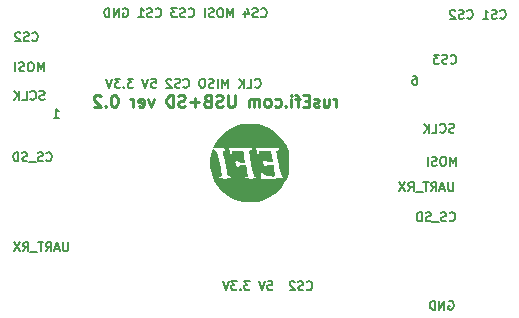
<source format=gbo>
G04 (created by PCBNEW (2013-07-07 BZR 4022)-stable) date 24/01/2014 20:14:09*
%MOIN*%
G04 Gerber Fmt 3.4, Leading zero omitted, Abs format*
%FSLAX34Y34*%
G01*
G70*
G90*
G04 APERTURE LIST*
%ADD10C,0.00590551*%
%ADD11C,0.005*%
%ADD12C,0.00984252*%
%ADD13C,0.0001*%
G04 APERTURE END LIST*
G54D10*
G54D11*
X84792Y-62271D02*
X84850Y-62271D01*
X84878Y-62285D01*
X84892Y-62300D01*
X84921Y-62342D01*
X84935Y-62400D01*
X84935Y-62514D01*
X84921Y-62542D01*
X84907Y-62557D01*
X84878Y-62571D01*
X84821Y-62571D01*
X84792Y-62557D01*
X84778Y-62542D01*
X84764Y-62514D01*
X84764Y-62442D01*
X84778Y-62414D01*
X84792Y-62400D01*
X84821Y-62385D01*
X84878Y-62385D01*
X84907Y-62400D01*
X84921Y-62414D01*
X84935Y-62442D01*
X72814Y-63671D02*
X72985Y-63671D01*
X72900Y-63671D02*
X72900Y-63371D01*
X72928Y-63414D01*
X72957Y-63442D01*
X72985Y-63457D01*
X79521Y-62642D02*
X79535Y-62657D01*
X79578Y-62671D01*
X79607Y-62671D01*
X79649Y-62657D01*
X79678Y-62628D01*
X79692Y-62600D01*
X79707Y-62542D01*
X79707Y-62500D01*
X79692Y-62442D01*
X79678Y-62414D01*
X79649Y-62385D01*
X79607Y-62371D01*
X79578Y-62371D01*
X79535Y-62385D01*
X79521Y-62400D01*
X79249Y-62671D02*
X79392Y-62671D01*
X79392Y-62371D01*
X79149Y-62671D02*
X79149Y-62371D01*
X78978Y-62671D02*
X79107Y-62500D01*
X78978Y-62371D02*
X79149Y-62542D01*
X78621Y-62671D02*
X78621Y-62371D01*
X78521Y-62585D01*
X78421Y-62371D01*
X78421Y-62671D01*
X78278Y-62671D02*
X78278Y-62371D01*
X78149Y-62657D02*
X78107Y-62671D01*
X78035Y-62671D01*
X78007Y-62657D01*
X77992Y-62642D01*
X77978Y-62614D01*
X77978Y-62585D01*
X77992Y-62557D01*
X78007Y-62542D01*
X78035Y-62528D01*
X78092Y-62514D01*
X78121Y-62500D01*
X78135Y-62485D01*
X78149Y-62457D01*
X78149Y-62428D01*
X78135Y-62400D01*
X78121Y-62385D01*
X78092Y-62371D01*
X78021Y-62371D01*
X77978Y-62385D01*
X77792Y-62371D02*
X77735Y-62371D01*
X77707Y-62385D01*
X77678Y-62414D01*
X77664Y-62471D01*
X77664Y-62571D01*
X77678Y-62628D01*
X77707Y-62657D01*
X77735Y-62671D01*
X77792Y-62671D01*
X77821Y-62657D01*
X77849Y-62628D01*
X77864Y-62571D01*
X77864Y-62471D01*
X77849Y-62414D01*
X77821Y-62385D01*
X77792Y-62371D01*
X77135Y-62642D02*
X77150Y-62657D01*
X77192Y-62671D01*
X77221Y-62671D01*
X77264Y-62657D01*
X77292Y-62628D01*
X77307Y-62600D01*
X77321Y-62542D01*
X77321Y-62500D01*
X77307Y-62442D01*
X77292Y-62414D01*
X77264Y-62385D01*
X77221Y-62371D01*
X77192Y-62371D01*
X77150Y-62385D01*
X77135Y-62400D01*
X77021Y-62657D02*
X76978Y-62671D01*
X76907Y-62671D01*
X76878Y-62657D01*
X76864Y-62642D01*
X76850Y-62614D01*
X76850Y-62585D01*
X76864Y-62557D01*
X76878Y-62542D01*
X76907Y-62528D01*
X76964Y-62514D01*
X76992Y-62500D01*
X77007Y-62485D01*
X77021Y-62457D01*
X77021Y-62428D01*
X77007Y-62400D01*
X76992Y-62385D01*
X76964Y-62371D01*
X76892Y-62371D01*
X76850Y-62385D01*
X76735Y-62400D02*
X76721Y-62385D01*
X76692Y-62371D01*
X76621Y-62371D01*
X76592Y-62385D01*
X76578Y-62400D01*
X76564Y-62428D01*
X76564Y-62457D01*
X76578Y-62500D01*
X76750Y-62671D01*
X76564Y-62671D01*
X76064Y-62371D02*
X76207Y-62371D01*
X76221Y-62514D01*
X76207Y-62500D01*
X76178Y-62485D01*
X76107Y-62485D01*
X76078Y-62500D01*
X76064Y-62514D01*
X76050Y-62542D01*
X76050Y-62614D01*
X76064Y-62642D01*
X76078Y-62657D01*
X76107Y-62671D01*
X76178Y-62671D01*
X76207Y-62657D01*
X76221Y-62642D01*
X75964Y-62371D02*
X75864Y-62671D01*
X75764Y-62371D01*
X75464Y-62371D02*
X75278Y-62371D01*
X75378Y-62485D01*
X75335Y-62485D01*
X75307Y-62500D01*
X75292Y-62514D01*
X75278Y-62542D01*
X75278Y-62614D01*
X75292Y-62642D01*
X75307Y-62657D01*
X75335Y-62671D01*
X75421Y-62671D01*
X75450Y-62657D01*
X75464Y-62642D01*
X75150Y-62642D02*
X75135Y-62657D01*
X75150Y-62671D01*
X75164Y-62657D01*
X75150Y-62642D01*
X75150Y-62671D01*
X75035Y-62371D02*
X74850Y-62371D01*
X74950Y-62485D01*
X74907Y-62485D01*
X74878Y-62500D01*
X74864Y-62514D01*
X74850Y-62542D01*
X74850Y-62614D01*
X74864Y-62642D01*
X74878Y-62657D01*
X74907Y-62671D01*
X74992Y-62671D01*
X75021Y-62657D01*
X75035Y-62642D01*
X74764Y-62371D02*
X74664Y-62671D01*
X74564Y-62371D01*
X79721Y-60292D02*
X79735Y-60307D01*
X79778Y-60321D01*
X79807Y-60321D01*
X79849Y-60307D01*
X79878Y-60278D01*
X79892Y-60250D01*
X79907Y-60192D01*
X79907Y-60150D01*
X79892Y-60092D01*
X79878Y-60064D01*
X79849Y-60035D01*
X79807Y-60021D01*
X79778Y-60021D01*
X79735Y-60035D01*
X79721Y-60050D01*
X79607Y-60307D02*
X79564Y-60321D01*
X79492Y-60321D01*
X79464Y-60307D01*
X79449Y-60292D01*
X79435Y-60264D01*
X79435Y-60235D01*
X79449Y-60207D01*
X79464Y-60192D01*
X79492Y-60178D01*
X79549Y-60164D01*
X79578Y-60150D01*
X79592Y-60135D01*
X79607Y-60107D01*
X79607Y-60078D01*
X79592Y-60050D01*
X79578Y-60035D01*
X79549Y-60021D01*
X79478Y-60021D01*
X79435Y-60035D01*
X79178Y-60121D02*
X79178Y-60321D01*
X79249Y-60007D02*
X79321Y-60221D01*
X79135Y-60221D01*
X78792Y-60321D02*
X78792Y-60021D01*
X78692Y-60235D01*
X78592Y-60021D01*
X78592Y-60321D01*
X78392Y-60021D02*
X78335Y-60021D01*
X78307Y-60035D01*
X78278Y-60064D01*
X78264Y-60121D01*
X78264Y-60221D01*
X78278Y-60278D01*
X78307Y-60307D01*
X78335Y-60321D01*
X78392Y-60321D01*
X78421Y-60307D01*
X78449Y-60278D01*
X78464Y-60221D01*
X78464Y-60121D01*
X78449Y-60064D01*
X78421Y-60035D01*
X78392Y-60021D01*
X78149Y-60307D02*
X78107Y-60321D01*
X78035Y-60321D01*
X78007Y-60307D01*
X77992Y-60292D01*
X77978Y-60264D01*
X77978Y-60235D01*
X77992Y-60207D01*
X78007Y-60192D01*
X78035Y-60178D01*
X78092Y-60164D01*
X78121Y-60150D01*
X78135Y-60135D01*
X78149Y-60107D01*
X78149Y-60078D01*
X78135Y-60050D01*
X78121Y-60035D01*
X78092Y-60021D01*
X78021Y-60021D01*
X77978Y-60035D01*
X77849Y-60321D02*
X77849Y-60021D01*
X77307Y-60292D02*
X77321Y-60307D01*
X77364Y-60321D01*
X77392Y-60321D01*
X77435Y-60307D01*
X77464Y-60278D01*
X77478Y-60250D01*
X77492Y-60192D01*
X77492Y-60150D01*
X77478Y-60092D01*
X77464Y-60064D01*
X77435Y-60035D01*
X77392Y-60021D01*
X77364Y-60021D01*
X77321Y-60035D01*
X77307Y-60050D01*
X77192Y-60307D02*
X77150Y-60321D01*
X77078Y-60321D01*
X77050Y-60307D01*
X77035Y-60292D01*
X77021Y-60264D01*
X77021Y-60235D01*
X77035Y-60207D01*
X77050Y-60192D01*
X77078Y-60178D01*
X77135Y-60164D01*
X77164Y-60150D01*
X77178Y-60135D01*
X77192Y-60107D01*
X77192Y-60078D01*
X77178Y-60050D01*
X77164Y-60035D01*
X77135Y-60021D01*
X77064Y-60021D01*
X77021Y-60035D01*
X76921Y-60021D02*
X76735Y-60021D01*
X76835Y-60135D01*
X76792Y-60135D01*
X76764Y-60150D01*
X76750Y-60164D01*
X76735Y-60192D01*
X76735Y-60264D01*
X76750Y-60292D01*
X76764Y-60307D01*
X76792Y-60321D01*
X76878Y-60321D01*
X76907Y-60307D01*
X76921Y-60292D01*
X76207Y-60292D02*
X76221Y-60307D01*
X76264Y-60321D01*
X76292Y-60321D01*
X76335Y-60307D01*
X76364Y-60278D01*
X76378Y-60250D01*
X76392Y-60192D01*
X76392Y-60150D01*
X76378Y-60092D01*
X76364Y-60064D01*
X76335Y-60035D01*
X76292Y-60021D01*
X76264Y-60021D01*
X76221Y-60035D01*
X76207Y-60050D01*
X76092Y-60307D02*
X76050Y-60321D01*
X75978Y-60321D01*
X75950Y-60307D01*
X75935Y-60292D01*
X75921Y-60264D01*
X75921Y-60235D01*
X75935Y-60207D01*
X75950Y-60192D01*
X75978Y-60178D01*
X76035Y-60164D01*
X76064Y-60150D01*
X76078Y-60135D01*
X76092Y-60107D01*
X76092Y-60078D01*
X76078Y-60050D01*
X76064Y-60035D01*
X76035Y-60021D01*
X75964Y-60021D01*
X75921Y-60035D01*
X75635Y-60321D02*
X75807Y-60321D01*
X75721Y-60321D02*
X75721Y-60021D01*
X75750Y-60064D01*
X75778Y-60092D01*
X75807Y-60107D01*
X75121Y-60035D02*
X75150Y-60021D01*
X75192Y-60021D01*
X75235Y-60035D01*
X75264Y-60064D01*
X75278Y-60092D01*
X75292Y-60150D01*
X75292Y-60192D01*
X75278Y-60250D01*
X75264Y-60278D01*
X75235Y-60307D01*
X75192Y-60321D01*
X75164Y-60321D01*
X75121Y-60307D01*
X75107Y-60292D01*
X75107Y-60192D01*
X75164Y-60192D01*
X74978Y-60321D02*
X74978Y-60021D01*
X74807Y-60321D01*
X74807Y-60021D01*
X74664Y-60321D02*
X74664Y-60021D01*
X74592Y-60021D01*
X74550Y-60035D01*
X74521Y-60064D01*
X74507Y-60092D01*
X74492Y-60150D01*
X74492Y-60192D01*
X74507Y-60250D01*
X74521Y-60278D01*
X74550Y-60307D01*
X74592Y-60321D01*
X74664Y-60321D01*
X81242Y-69392D02*
X81257Y-69407D01*
X81299Y-69421D01*
X81328Y-69421D01*
X81371Y-69407D01*
X81399Y-69378D01*
X81414Y-69350D01*
X81428Y-69292D01*
X81428Y-69250D01*
X81414Y-69192D01*
X81399Y-69164D01*
X81371Y-69135D01*
X81328Y-69121D01*
X81299Y-69121D01*
X81257Y-69135D01*
X81242Y-69150D01*
X81128Y-69407D02*
X81085Y-69421D01*
X81014Y-69421D01*
X80985Y-69407D01*
X80971Y-69392D01*
X80957Y-69364D01*
X80957Y-69335D01*
X80971Y-69307D01*
X80985Y-69292D01*
X81014Y-69278D01*
X81071Y-69264D01*
X81099Y-69250D01*
X81114Y-69235D01*
X81128Y-69207D01*
X81128Y-69178D01*
X81114Y-69150D01*
X81099Y-69135D01*
X81071Y-69121D01*
X80999Y-69121D01*
X80957Y-69135D01*
X80842Y-69150D02*
X80828Y-69135D01*
X80799Y-69121D01*
X80728Y-69121D01*
X80699Y-69135D01*
X80685Y-69150D01*
X80671Y-69178D01*
X80671Y-69207D01*
X80685Y-69250D01*
X80857Y-69421D01*
X80671Y-69421D01*
X79942Y-69121D02*
X80085Y-69121D01*
X80100Y-69264D01*
X80085Y-69250D01*
X80057Y-69235D01*
X79985Y-69235D01*
X79957Y-69250D01*
X79942Y-69264D01*
X79928Y-69292D01*
X79928Y-69364D01*
X79942Y-69392D01*
X79957Y-69407D01*
X79985Y-69421D01*
X80057Y-69421D01*
X80085Y-69407D01*
X80100Y-69392D01*
X79842Y-69121D02*
X79742Y-69421D01*
X79642Y-69121D01*
X79342Y-69121D02*
X79157Y-69121D01*
X79257Y-69235D01*
X79214Y-69235D01*
X79185Y-69250D01*
X79171Y-69264D01*
X79157Y-69292D01*
X79157Y-69364D01*
X79171Y-69392D01*
X79185Y-69407D01*
X79214Y-69421D01*
X79300Y-69421D01*
X79328Y-69407D01*
X79342Y-69392D01*
X79028Y-69392D02*
X79014Y-69407D01*
X79028Y-69421D01*
X79042Y-69407D01*
X79028Y-69392D01*
X79028Y-69421D01*
X78914Y-69121D02*
X78728Y-69121D01*
X78828Y-69235D01*
X78785Y-69235D01*
X78757Y-69250D01*
X78742Y-69264D01*
X78728Y-69292D01*
X78728Y-69364D01*
X78742Y-69392D01*
X78757Y-69407D01*
X78785Y-69421D01*
X78871Y-69421D01*
X78900Y-69407D01*
X78914Y-69392D01*
X78642Y-69121D02*
X78542Y-69421D01*
X78442Y-69121D01*
X72471Y-62121D02*
X72471Y-61821D01*
X72371Y-62035D01*
X72271Y-61821D01*
X72271Y-62121D01*
X72071Y-61821D02*
X72014Y-61821D01*
X71985Y-61835D01*
X71957Y-61864D01*
X71942Y-61921D01*
X71942Y-62021D01*
X71957Y-62078D01*
X71985Y-62107D01*
X72014Y-62121D01*
X72071Y-62121D01*
X72100Y-62107D01*
X72128Y-62078D01*
X72142Y-62021D01*
X72142Y-61921D01*
X72128Y-61864D01*
X72100Y-61835D01*
X72071Y-61821D01*
X71828Y-62107D02*
X71785Y-62121D01*
X71714Y-62121D01*
X71685Y-62107D01*
X71671Y-62092D01*
X71657Y-62064D01*
X71657Y-62035D01*
X71671Y-62007D01*
X71685Y-61992D01*
X71714Y-61978D01*
X71771Y-61964D01*
X71800Y-61950D01*
X71814Y-61935D01*
X71828Y-61907D01*
X71828Y-61878D01*
X71814Y-61850D01*
X71800Y-61835D01*
X71771Y-61821D01*
X71700Y-61821D01*
X71657Y-61835D01*
X71528Y-62121D02*
X71528Y-61821D01*
X73285Y-67821D02*
X73285Y-68064D01*
X73271Y-68092D01*
X73257Y-68107D01*
X73228Y-68121D01*
X73171Y-68121D01*
X73142Y-68107D01*
X73128Y-68092D01*
X73114Y-68064D01*
X73114Y-67821D01*
X72985Y-68035D02*
X72842Y-68035D01*
X73014Y-68121D02*
X72914Y-67821D01*
X72814Y-68121D01*
X72542Y-68121D02*
X72642Y-67978D01*
X72714Y-68121D02*
X72714Y-67821D01*
X72599Y-67821D01*
X72571Y-67835D01*
X72557Y-67850D01*
X72542Y-67878D01*
X72542Y-67921D01*
X72557Y-67950D01*
X72571Y-67964D01*
X72599Y-67978D01*
X72714Y-67978D01*
X72457Y-67821D02*
X72285Y-67821D01*
X72371Y-68121D02*
X72371Y-67821D01*
X72257Y-68150D02*
X72028Y-68150D01*
X71785Y-68121D02*
X71885Y-67978D01*
X71957Y-68121D02*
X71957Y-67821D01*
X71842Y-67821D01*
X71814Y-67835D01*
X71800Y-67850D01*
X71785Y-67878D01*
X71785Y-67921D01*
X71800Y-67950D01*
X71814Y-67964D01*
X71842Y-67978D01*
X71957Y-67978D01*
X71685Y-67821D02*
X71485Y-68121D01*
X71485Y-67821D02*
X71685Y-68121D01*
X72557Y-65092D02*
X72571Y-65107D01*
X72614Y-65121D01*
X72642Y-65121D01*
X72685Y-65107D01*
X72714Y-65078D01*
X72728Y-65050D01*
X72742Y-64992D01*
X72742Y-64950D01*
X72728Y-64892D01*
X72714Y-64864D01*
X72685Y-64835D01*
X72642Y-64821D01*
X72614Y-64821D01*
X72571Y-64835D01*
X72557Y-64850D01*
X72442Y-65107D02*
X72399Y-65121D01*
X72328Y-65121D01*
X72299Y-65107D01*
X72285Y-65092D01*
X72271Y-65064D01*
X72271Y-65035D01*
X72285Y-65007D01*
X72299Y-64992D01*
X72328Y-64978D01*
X72385Y-64964D01*
X72414Y-64950D01*
X72428Y-64935D01*
X72442Y-64907D01*
X72442Y-64878D01*
X72428Y-64850D01*
X72414Y-64835D01*
X72385Y-64821D01*
X72314Y-64821D01*
X72271Y-64835D01*
X72214Y-65150D02*
X71985Y-65150D01*
X71928Y-65107D02*
X71885Y-65121D01*
X71814Y-65121D01*
X71785Y-65107D01*
X71771Y-65092D01*
X71757Y-65064D01*
X71757Y-65035D01*
X71771Y-65007D01*
X71785Y-64992D01*
X71814Y-64978D01*
X71871Y-64964D01*
X71900Y-64950D01*
X71914Y-64935D01*
X71928Y-64907D01*
X71928Y-64878D01*
X71914Y-64850D01*
X71900Y-64835D01*
X71871Y-64821D01*
X71800Y-64821D01*
X71757Y-64835D01*
X71628Y-65121D02*
X71628Y-64821D01*
X71557Y-64821D01*
X71514Y-64835D01*
X71485Y-64864D01*
X71471Y-64892D01*
X71457Y-64950D01*
X71457Y-64992D01*
X71471Y-65050D01*
X71485Y-65078D01*
X71514Y-65107D01*
X71557Y-65121D01*
X71628Y-65121D01*
X72507Y-63057D02*
X72464Y-63071D01*
X72392Y-63071D01*
X72364Y-63057D01*
X72349Y-63042D01*
X72335Y-63014D01*
X72335Y-62985D01*
X72349Y-62957D01*
X72364Y-62942D01*
X72392Y-62928D01*
X72449Y-62914D01*
X72478Y-62900D01*
X72492Y-62885D01*
X72507Y-62857D01*
X72507Y-62828D01*
X72492Y-62800D01*
X72478Y-62785D01*
X72449Y-62771D01*
X72378Y-62771D01*
X72335Y-62785D01*
X72035Y-63042D02*
X72050Y-63057D01*
X72092Y-63071D01*
X72121Y-63071D01*
X72164Y-63057D01*
X72192Y-63028D01*
X72207Y-63000D01*
X72221Y-62942D01*
X72221Y-62900D01*
X72207Y-62842D01*
X72192Y-62814D01*
X72164Y-62785D01*
X72121Y-62771D01*
X72092Y-62771D01*
X72050Y-62785D01*
X72035Y-62800D01*
X71764Y-63071D02*
X71907Y-63071D01*
X71907Y-62771D01*
X71664Y-63071D02*
X71664Y-62771D01*
X71492Y-63071D02*
X71621Y-62900D01*
X71492Y-62771D02*
X71664Y-62942D01*
X85978Y-69785D02*
X86007Y-69771D01*
X86050Y-69771D01*
X86092Y-69785D01*
X86121Y-69814D01*
X86135Y-69842D01*
X86150Y-69900D01*
X86150Y-69942D01*
X86135Y-70000D01*
X86121Y-70028D01*
X86092Y-70057D01*
X86050Y-70071D01*
X86021Y-70071D01*
X85978Y-70057D01*
X85964Y-70042D01*
X85964Y-69942D01*
X86021Y-69942D01*
X85835Y-70071D02*
X85835Y-69771D01*
X85664Y-70071D01*
X85664Y-69771D01*
X85521Y-70071D02*
X85521Y-69771D01*
X85450Y-69771D01*
X85407Y-69785D01*
X85378Y-69814D01*
X85364Y-69842D01*
X85350Y-69900D01*
X85350Y-69942D01*
X85364Y-70000D01*
X85378Y-70028D01*
X85407Y-70057D01*
X85450Y-70071D01*
X85521Y-70071D01*
X86007Y-67092D02*
X86021Y-67107D01*
X86064Y-67121D01*
X86092Y-67121D01*
X86135Y-67107D01*
X86164Y-67078D01*
X86178Y-67050D01*
X86192Y-66992D01*
X86192Y-66950D01*
X86178Y-66892D01*
X86164Y-66864D01*
X86135Y-66835D01*
X86092Y-66821D01*
X86064Y-66821D01*
X86021Y-66835D01*
X86007Y-66850D01*
X85892Y-67107D02*
X85849Y-67121D01*
X85778Y-67121D01*
X85749Y-67107D01*
X85735Y-67092D01*
X85721Y-67064D01*
X85721Y-67035D01*
X85735Y-67007D01*
X85749Y-66992D01*
X85778Y-66978D01*
X85835Y-66964D01*
X85864Y-66950D01*
X85878Y-66935D01*
X85892Y-66907D01*
X85892Y-66878D01*
X85878Y-66850D01*
X85864Y-66835D01*
X85835Y-66821D01*
X85764Y-66821D01*
X85721Y-66835D01*
X85664Y-67150D02*
X85435Y-67150D01*
X85378Y-67107D02*
X85335Y-67121D01*
X85264Y-67121D01*
X85235Y-67107D01*
X85221Y-67092D01*
X85207Y-67064D01*
X85207Y-67035D01*
X85221Y-67007D01*
X85235Y-66992D01*
X85264Y-66978D01*
X85321Y-66964D01*
X85350Y-66950D01*
X85364Y-66935D01*
X85378Y-66907D01*
X85378Y-66878D01*
X85364Y-66850D01*
X85350Y-66835D01*
X85321Y-66821D01*
X85250Y-66821D01*
X85207Y-66835D01*
X85078Y-67121D02*
X85078Y-66821D01*
X85007Y-66821D01*
X84964Y-66835D01*
X84935Y-66864D01*
X84921Y-66892D01*
X84907Y-66950D01*
X84907Y-66992D01*
X84921Y-67050D01*
X84935Y-67078D01*
X84964Y-67107D01*
X85007Y-67121D01*
X85078Y-67121D01*
X86135Y-65821D02*
X86135Y-66064D01*
X86121Y-66092D01*
X86107Y-66107D01*
X86078Y-66121D01*
X86021Y-66121D01*
X85992Y-66107D01*
X85978Y-66092D01*
X85964Y-66064D01*
X85964Y-65821D01*
X85835Y-66035D02*
X85692Y-66035D01*
X85864Y-66121D02*
X85764Y-65821D01*
X85664Y-66121D01*
X85392Y-66121D02*
X85492Y-65978D01*
X85564Y-66121D02*
X85564Y-65821D01*
X85449Y-65821D01*
X85421Y-65835D01*
X85407Y-65850D01*
X85392Y-65878D01*
X85392Y-65921D01*
X85407Y-65950D01*
X85421Y-65964D01*
X85449Y-65978D01*
X85564Y-65978D01*
X85307Y-65821D02*
X85135Y-65821D01*
X85221Y-66121D02*
X85221Y-65821D01*
X85107Y-66150D02*
X84878Y-66150D01*
X84635Y-66121D02*
X84735Y-65978D01*
X84807Y-66121D02*
X84807Y-65821D01*
X84692Y-65821D01*
X84664Y-65835D01*
X84650Y-65850D01*
X84635Y-65878D01*
X84635Y-65921D01*
X84650Y-65950D01*
X84664Y-65964D01*
X84692Y-65978D01*
X84807Y-65978D01*
X84535Y-65821D02*
X84335Y-66121D01*
X84335Y-65821D02*
X84535Y-66121D01*
X72092Y-61092D02*
X72107Y-61107D01*
X72150Y-61121D01*
X72178Y-61121D01*
X72221Y-61107D01*
X72250Y-61078D01*
X72264Y-61050D01*
X72278Y-60992D01*
X72278Y-60950D01*
X72264Y-60892D01*
X72250Y-60864D01*
X72221Y-60835D01*
X72178Y-60821D01*
X72150Y-60821D01*
X72107Y-60835D01*
X72092Y-60850D01*
X71978Y-61107D02*
X71935Y-61121D01*
X71864Y-61121D01*
X71835Y-61107D01*
X71821Y-61092D01*
X71807Y-61064D01*
X71807Y-61035D01*
X71821Y-61007D01*
X71835Y-60992D01*
X71864Y-60978D01*
X71921Y-60964D01*
X71950Y-60950D01*
X71964Y-60935D01*
X71978Y-60907D01*
X71978Y-60878D01*
X71964Y-60850D01*
X71950Y-60835D01*
X71921Y-60821D01*
X71850Y-60821D01*
X71807Y-60835D01*
X71692Y-60850D02*
X71678Y-60835D01*
X71650Y-60821D01*
X71578Y-60821D01*
X71550Y-60835D01*
X71535Y-60850D01*
X71521Y-60878D01*
X71521Y-60907D01*
X71535Y-60950D01*
X71707Y-61121D01*
X71521Y-61121D01*
X86221Y-65271D02*
X86221Y-64971D01*
X86121Y-65185D01*
X86021Y-64971D01*
X86021Y-65271D01*
X85821Y-64971D02*
X85764Y-64971D01*
X85735Y-64985D01*
X85707Y-65014D01*
X85692Y-65071D01*
X85692Y-65171D01*
X85707Y-65228D01*
X85735Y-65257D01*
X85764Y-65271D01*
X85821Y-65271D01*
X85850Y-65257D01*
X85878Y-65228D01*
X85892Y-65171D01*
X85892Y-65071D01*
X85878Y-65014D01*
X85850Y-64985D01*
X85821Y-64971D01*
X85578Y-65257D02*
X85535Y-65271D01*
X85464Y-65271D01*
X85435Y-65257D01*
X85421Y-65242D01*
X85407Y-65214D01*
X85407Y-65185D01*
X85421Y-65157D01*
X85435Y-65142D01*
X85464Y-65128D01*
X85521Y-65114D01*
X85550Y-65100D01*
X85564Y-65085D01*
X85578Y-65057D01*
X85578Y-65028D01*
X85564Y-65000D01*
X85550Y-64985D01*
X85521Y-64971D01*
X85450Y-64971D01*
X85407Y-64985D01*
X85278Y-65271D02*
X85278Y-64971D01*
X86157Y-64157D02*
X86114Y-64171D01*
X86042Y-64171D01*
X86014Y-64157D01*
X85999Y-64142D01*
X85985Y-64114D01*
X85985Y-64085D01*
X85999Y-64057D01*
X86014Y-64042D01*
X86042Y-64028D01*
X86099Y-64014D01*
X86128Y-64000D01*
X86142Y-63985D01*
X86157Y-63957D01*
X86157Y-63928D01*
X86142Y-63900D01*
X86128Y-63885D01*
X86099Y-63871D01*
X86028Y-63871D01*
X85985Y-63885D01*
X85685Y-64142D02*
X85700Y-64157D01*
X85742Y-64171D01*
X85771Y-64171D01*
X85814Y-64157D01*
X85842Y-64128D01*
X85857Y-64100D01*
X85871Y-64042D01*
X85871Y-64000D01*
X85857Y-63942D01*
X85842Y-63914D01*
X85814Y-63885D01*
X85771Y-63871D01*
X85742Y-63871D01*
X85700Y-63885D01*
X85685Y-63900D01*
X85414Y-64171D02*
X85557Y-64171D01*
X85557Y-63871D01*
X85314Y-64171D02*
X85314Y-63871D01*
X85142Y-64171D02*
X85271Y-64000D01*
X85142Y-63871D02*
X85314Y-64042D01*
X86042Y-61842D02*
X86057Y-61857D01*
X86100Y-61871D01*
X86128Y-61871D01*
X86171Y-61857D01*
X86200Y-61828D01*
X86214Y-61800D01*
X86228Y-61742D01*
X86228Y-61700D01*
X86214Y-61642D01*
X86200Y-61614D01*
X86171Y-61585D01*
X86128Y-61571D01*
X86100Y-61571D01*
X86057Y-61585D01*
X86042Y-61600D01*
X85928Y-61857D02*
X85885Y-61871D01*
X85814Y-61871D01*
X85785Y-61857D01*
X85771Y-61842D01*
X85757Y-61814D01*
X85757Y-61785D01*
X85771Y-61757D01*
X85785Y-61742D01*
X85814Y-61728D01*
X85871Y-61714D01*
X85900Y-61700D01*
X85914Y-61685D01*
X85928Y-61657D01*
X85928Y-61628D01*
X85914Y-61600D01*
X85900Y-61585D01*
X85871Y-61571D01*
X85800Y-61571D01*
X85757Y-61585D01*
X85657Y-61571D02*
X85471Y-61571D01*
X85571Y-61685D01*
X85528Y-61685D01*
X85500Y-61700D01*
X85485Y-61714D01*
X85471Y-61742D01*
X85471Y-61814D01*
X85485Y-61842D01*
X85500Y-61857D01*
X85528Y-61871D01*
X85614Y-61871D01*
X85642Y-61857D01*
X85657Y-61842D01*
X87692Y-60342D02*
X87707Y-60357D01*
X87749Y-60371D01*
X87778Y-60371D01*
X87821Y-60357D01*
X87849Y-60328D01*
X87864Y-60300D01*
X87878Y-60242D01*
X87878Y-60200D01*
X87864Y-60142D01*
X87849Y-60114D01*
X87821Y-60085D01*
X87778Y-60071D01*
X87749Y-60071D01*
X87707Y-60085D01*
X87692Y-60100D01*
X87578Y-60357D02*
X87535Y-60371D01*
X87464Y-60371D01*
X87435Y-60357D01*
X87421Y-60342D01*
X87407Y-60314D01*
X87407Y-60285D01*
X87421Y-60257D01*
X87435Y-60242D01*
X87464Y-60228D01*
X87521Y-60214D01*
X87549Y-60200D01*
X87564Y-60185D01*
X87578Y-60157D01*
X87578Y-60128D01*
X87564Y-60100D01*
X87549Y-60085D01*
X87521Y-60071D01*
X87449Y-60071D01*
X87407Y-60085D01*
X87121Y-60371D02*
X87292Y-60371D01*
X87207Y-60371D02*
X87207Y-60071D01*
X87235Y-60114D01*
X87264Y-60142D01*
X87292Y-60157D01*
X86592Y-60342D02*
X86607Y-60357D01*
X86650Y-60371D01*
X86678Y-60371D01*
X86721Y-60357D01*
X86750Y-60328D01*
X86764Y-60300D01*
X86778Y-60242D01*
X86778Y-60200D01*
X86764Y-60142D01*
X86750Y-60114D01*
X86721Y-60085D01*
X86678Y-60071D01*
X86650Y-60071D01*
X86607Y-60085D01*
X86592Y-60100D01*
X86478Y-60357D02*
X86435Y-60371D01*
X86364Y-60371D01*
X86335Y-60357D01*
X86321Y-60342D01*
X86307Y-60314D01*
X86307Y-60285D01*
X86321Y-60257D01*
X86335Y-60242D01*
X86364Y-60228D01*
X86421Y-60214D01*
X86450Y-60200D01*
X86464Y-60185D01*
X86478Y-60157D01*
X86478Y-60128D01*
X86464Y-60100D01*
X86450Y-60085D01*
X86421Y-60071D01*
X86350Y-60071D01*
X86307Y-60085D01*
X86192Y-60100D02*
X86178Y-60085D01*
X86150Y-60071D01*
X86078Y-60071D01*
X86050Y-60085D01*
X86035Y-60100D01*
X86021Y-60128D01*
X86021Y-60157D01*
X86035Y-60200D01*
X86207Y-60371D01*
X86021Y-60371D01*
G54D12*
X82230Y-63309D02*
X82230Y-63046D01*
X82230Y-63121D02*
X82211Y-63084D01*
X82193Y-63065D01*
X82155Y-63046D01*
X82118Y-63046D01*
X81818Y-63046D02*
X81818Y-63309D01*
X81987Y-63046D02*
X81987Y-63253D01*
X81968Y-63290D01*
X81930Y-63309D01*
X81874Y-63309D01*
X81837Y-63290D01*
X81818Y-63271D01*
X81649Y-63290D02*
X81612Y-63309D01*
X81537Y-63309D01*
X81499Y-63290D01*
X81480Y-63253D01*
X81480Y-63234D01*
X81499Y-63196D01*
X81537Y-63178D01*
X81593Y-63178D01*
X81630Y-63159D01*
X81649Y-63121D01*
X81649Y-63103D01*
X81630Y-63065D01*
X81593Y-63046D01*
X81537Y-63046D01*
X81499Y-63065D01*
X81312Y-63103D02*
X81180Y-63103D01*
X81124Y-63309D02*
X81312Y-63309D01*
X81312Y-62915D01*
X81124Y-62915D01*
X81012Y-63046D02*
X80862Y-63046D01*
X80955Y-63309D02*
X80955Y-62971D01*
X80937Y-62934D01*
X80899Y-62915D01*
X80862Y-62915D01*
X80730Y-63309D02*
X80730Y-63046D01*
X80730Y-62915D02*
X80749Y-62934D01*
X80730Y-62953D01*
X80712Y-62934D01*
X80730Y-62915D01*
X80730Y-62953D01*
X80543Y-63271D02*
X80524Y-63290D01*
X80543Y-63309D01*
X80562Y-63290D01*
X80543Y-63271D01*
X80543Y-63309D01*
X80187Y-63290D02*
X80224Y-63309D01*
X80299Y-63309D01*
X80337Y-63290D01*
X80355Y-63271D01*
X80374Y-63234D01*
X80374Y-63121D01*
X80355Y-63084D01*
X80337Y-63065D01*
X80299Y-63046D01*
X80224Y-63046D01*
X80187Y-63065D01*
X79962Y-63309D02*
X79999Y-63290D01*
X80018Y-63271D01*
X80037Y-63234D01*
X80037Y-63121D01*
X80018Y-63084D01*
X79999Y-63065D01*
X79962Y-63046D01*
X79906Y-63046D01*
X79868Y-63065D01*
X79849Y-63084D01*
X79831Y-63121D01*
X79831Y-63234D01*
X79849Y-63271D01*
X79868Y-63290D01*
X79906Y-63309D01*
X79962Y-63309D01*
X79662Y-63309D02*
X79662Y-63046D01*
X79662Y-63084D02*
X79643Y-63065D01*
X79606Y-63046D01*
X79549Y-63046D01*
X79512Y-63065D01*
X79493Y-63103D01*
X79493Y-63309D01*
X79493Y-63103D02*
X79474Y-63065D01*
X79437Y-63046D01*
X79381Y-63046D01*
X79343Y-63065D01*
X79324Y-63103D01*
X79324Y-63309D01*
X78837Y-62915D02*
X78837Y-63234D01*
X78818Y-63271D01*
X78799Y-63290D01*
X78762Y-63309D01*
X78687Y-63309D01*
X78649Y-63290D01*
X78631Y-63271D01*
X78612Y-63234D01*
X78612Y-62915D01*
X78443Y-63290D02*
X78387Y-63309D01*
X78293Y-63309D01*
X78256Y-63290D01*
X78237Y-63271D01*
X78218Y-63234D01*
X78218Y-63196D01*
X78237Y-63159D01*
X78256Y-63140D01*
X78293Y-63121D01*
X78368Y-63103D01*
X78406Y-63084D01*
X78424Y-63065D01*
X78443Y-63028D01*
X78443Y-62990D01*
X78424Y-62953D01*
X78406Y-62934D01*
X78368Y-62915D01*
X78274Y-62915D01*
X78218Y-62934D01*
X77918Y-63103D02*
X77862Y-63121D01*
X77843Y-63140D01*
X77825Y-63178D01*
X77825Y-63234D01*
X77843Y-63271D01*
X77862Y-63290D01*
X77900Y-63309D01*
X78050Y-63309D01*
X78050Y-62915D01*
X77918Y-62915D01*
X77881Y-62934D01*
X77862Y-62953D01*
X77843Y-62990D01*
X77843Y-63028D01*
X77862Y-63065D01*
X77881Y-63084D01*
X77918Y-63103D01*
X78050Y-63103D01*
X77656Y-63159D02*
X77356Y-63159D01*
X77506Y-63309D02*
X77506Y-63009D01*
X77187Y-63290D02*
X77131Y-63309D01*
X77037Y-63309D01*
X77000Y-63290D01*
X76981Y-63271D01*
X76962Y-63234D01*
X76962Y-63196D01*
X76981Y-63159D01*
X77000Y-63140D01*
X77037Y-63121D01*
X77112Y-63103D01*
X77150Y-63084D01*
X77168Y-63065D01*
X77187Y-63028D01*
X77187Y-62990D01*
X77168Y-62953D01*
X77150Y-62934D01*
X77112Y-62915D01*
X77018Y-62915D01*
X76962Y-62934D01*
X76793Y-63309D02*
X76793Y-62915D01*
X76700Y-62915D01*
X76643Y-62934D01*
X76606Y-62971D01*
X76587Y-63009D01*
X76568Y-63084D01*
X76568Y-63140D01*
X76587Y-63215D01*
X76606Y-63253D01*
X76643Y-63290D01*
X76700Y-63309D01*
X76793Y-63309D01*
X76137Y-63046D02*
X76044Y-63309D01*
X75950Y-63046D01*
X75650Y-63290D02*
X75687Y-63309D01*
X75762Y-63309D01*
X75800Y-63290D01*
X75819Y-63253D01*
X75819Y-63103D01*
X75800Y-63065D01*
X75762Y-63046D01*
X75687Y-63046D01*
X75650Y-63065D01*
X75631Y-63103D01*
X75631Y-63140D01*
X75819Y-63178D01*
X75462Y-63309D02*
X75462Y-63046D01*
X75462Y-63121D02*
X75444Y-63084D01*
X75425Y-63065D01*
X75387Y-63046D01*
X75350Y-63046D01*
X74844Y-62915D02*
X74806Y-62915D01*
X74769Y-62934D01*
X74750Y-62953D01*
X74731Y-62990D01*
X74712Y-63065D01*
X74712Y-63159D01*
X74731Y-63234D01*
X74750Y-63271D01*
X74769Y-63290D01*
X74806Y-63309D01*
X74844Y-63309D01*
X74881Y-63290D01*
X74900Y-63271D01*
X74919Y-63234D01*
X74937Y-63159D01*
X74937Y-63065D01*
X74919Y-62990D01*
X74900Y-62953D01*
X74881Y-62934D01*
X74844Y-62915D01*
X74544Y-63271D02*
X74525Y-63290D01*
X74544Y-63309D01*
X74562Y-63290D01*
X74544Y-63271D01*
X74544Y-63309D01*
X74375Y-62953D02*
X74356Y-62934D01*
X74319Y-62915D01*
X74225Y-62915D01*
X74188Y-62934D01*
X74169Y-62953D01*
X74150Y-62990D01*
X74150Y-63028D01*
X74169Y-63084D01*
X74394Y-63309D01*
X74150Y-63309D01*
G54D13*
G36*
X80667Y-65183D02*
X80665Y-65350D01*
X80659Y-65469D01*
X80644Y-65558D01*
X80619Y-65635D01*
X80579Y-65720D01*
X80574Y-65730D01*
X80500Y-65846D01*
X80500Y-65667D01*
X80451Y-65635D01*
X80436Y-65633D01*
X80408Y-65600D01*
X80374Y-65502D01*
X80335Y-65338D01*
X80319Y-65258D01*
X80288Y-65103D01*
X80261Y-64968D01*
X80240Y-64869D01*
X80229Y-64825D01*
X80235Y-64776D01*
X80264Y-64767D01*
X80310Y-64741D01*
X80317Y-64717D01*
X80306Y-64694D01*
X80268Y-64680D01*
X80192Y-64671D01*
X80068Y-64667D01*
X79939Y-64667D01*
X79561Y-64667D01*
X79576Y-64767D01*
X79599Y-64837D01*
X79635Y-64866D01*
X79636Y-64867D01*
X79666Y-64843D01*
X79662Y-64816D01*
X79662Y-64788D01*
X79700Y-64773D01*
X79786Y-64767D01*
X79841Y-64767D01*
X80039Y-64767D01*
X80072Y-64950D01*
X80105Y-65133D01*
X79977Y-65133D01*
X79896Y-65125D01*
X79852Y-65106D01*
X79850Y-65100D01*
X79823Y-65070D01*
X79804Y-65067D01*
X79775Y-65085D01*
X79776Y-65150D01*
X79780Y-65172D01*
X79805Y-65240D01*
X79839Y-65288D01*
X79870Y-65302D01*
X79883Y-65270D01*
X79883Y-65269D01*
X79913Y-65246D01*
X79986Y-65234D01*
X80014Y-65233D01*
X80145Y-65233D01*
X80168Y-65418D01*
X80178Y-65522D01*
X80178Y-65598D01*
X80173Y-65621D01*
X80125Y-65633D01*
X80043Y-65627D01*
X79949Y-65609D01*
X79867Y-65584D01*
X79820Y-65556D01*
X79817Y-65547D01*
X79790Y-65505D01*
X79767Y-65500D01*
X79727Y-65530D01*
X79717Y-65600D01*
X79717Y-65700D01*
X80118Y-65700D01*
X80303Y-65697D01*
X80429Y-65690D01*
X80493Y-65677D01*
X80500Y-65667D01*
X80500Y-65846D01*
X80404Y-65998D01*
X80199Y-66210D01*
X79960Y-66365D01*
X79752Y-66446D01*
X79583Y-66479D01*
X79583Y-65667D01*
X79556Y-65637D01*
X79533Y-65633D01*
X79489Y-65627D01*
X79483Y-65621D01*
X79477Y-65586D01*
X79460Y-65498D01*
X79434Y-65370D01*
X79403Y-65216D01*
X79400Y-65200D01*
X79364Y-65023D01*
X79339Y-64902D01*
X79326Y-64826D01*
X79323Y-64785D01*
X79329Y-64768D01*
X79344Y-64765D01*
X79367Y-64767D01*
X79411Y-64740D01*
X79417Y-64717D01*
X79406Y-64694D01*
X79368Y-64680D01*
X79292Y-64671D01*
X79168Y-64667D01*
X79039Y-64667D01*
X78661Y-64667D01*
X78676Y-64767D01*
X78699Y-64837D01*
X78735Y-64866D01*
X78736Y-64867D01*
X78766Y-64843D01*
X78762Y-64817D01*
X78763Y-64787D01*
X78801Y-64772D01*
X78890Y-64767D01*
X78928Y-64767D01*
X79032Y-64771D01*
X79106Y-64783D01*
X79129Y-64793D01*
X79143Y-64840D01*
X79159Y-64928D01*
X79169Y-64993D01*
X79192Y-65167D01*
X79077Y-65167D01*
X78988Y-65156D01*
X78926Y-65129D01*
X78924Y-65127D01*
X78880Y-65100D01*
X78865Y-65133D01*
X78873Y-65208D01*
X78900Y-65267D01*
X78939Y-65300D01*
X78973Y-65298D01*
X78983Y-65267D01*
X79011Y-65242D01*
X79076Y-65233D01*
X79151Y-65240D01*
X79211Y-65261D01*
X79227Y-65279D01*
X79242Y-65338D01*
X79260Y-65434D01*
X79268Y-65479D01*
X79278Y-65574D01*
X79271Y-65620D01*
X79241Y-65633D01*
X79237Y-65633D01*
X79190Y-65650D01*
X79183Y-65667D01*
X79214Y-65684D01*
X79293Y-65696D01*
X79383Y-65700D01*
X79490Y-65695D01*
X79562Y-65682D01*
X79583Y-65667D01*
X79583Y-66479D01*
X79575Y-66481D01*
X79370Y-66495D01*
X79165Y-66488D01*
X78989Y-66460D01*
X78959Y-66451D01*
X78724Y-66347D01*
X78502Y-66193D01*
X78312Y-66002D01*
X78169Y-65789D01*
X78157Y-65764D01*
X78081Y-65558D01*
X78035Y-65327D01*
X78025Y-65105D01*
X78030Y-65044D01*
X78051Y-64910D01*
X78078Y-64802D01*
X78107Y-64732D01*
X78135Y-64713D01*
X78143Y-64721D01*
X78194Y-64763D01*
X78214Y-64772D01*
X78244Y-64813D01*
X78280Y-64919D01*
X78320Y-65085D01*
X78337Y-65168D01*
X78373Y-65351D01*
X78396Y-65478D01*
X78408Y-65560D01*
X78409Y-65606D01*
X78399Y-65627D01*
X78380Y-65633D01*
X78367Y-65633D01*
X78322Y-65651D01*
X78317Y-65667D01*
X78347Y-65684D01*
X78426Y-65696D01*
X78517Y-65700D01*
X78630Y-65694D01*
X78700Y-65678D01*
X78719Y-65656D01*
X78680Y-65632D01*
X78656Y-65625D01*
X78625Y-65603D01*
X78598Y-65549D01*
X78571Y-65451D01*
X78541Y-65299D01*
X78538Y-65280D01*
X78511Y-65128D01*
X78486Y-64993D01*
X78467Y-64892D01*
X78461Y-64858D01*
X78456Y-64790D01*
X78487Y-64767D01*
X78495Y-64766D01*
X78532Y-64746D01*
X78529Y-64716D01*
X78495Y-64686D01*
X78418Y-64670D01*
X78310Y-64666D01*
X78111Y-64667D01*
X78186Y-64542D01*
X78335Y-64341D01*
X78526Y-64158D01*
X78737Y-64014D01*
X78783Y-63990D01*
X78883Y-63942D01*
X78966Y-63912D01*
X79052Y-63894D01*
X79159Y-63886D01*
X79308Y-63884D01*
X79366Y-63884D01*
X79533Y-63886D01*
X79653Y-63892D01*
X79744Y-63907D01*
X79825Y-63934D01*
X79916Y-63975D01*
X79931Y-63982D01*
X80141Y-64115D01*
X80336Y-64293D01*
X80498Y-64496D01*
X80571Y-64622D01*
X80614Y-64715D01*
X80642Y-64796D01*
X80657Y-64885D01*
X80665Y-65001D01*
X80666Y-65163D01*
X80667Y-65183D01*
X80667Y-65183D01*
X80667Y-65183D01*
G37*
M02*

</source>
